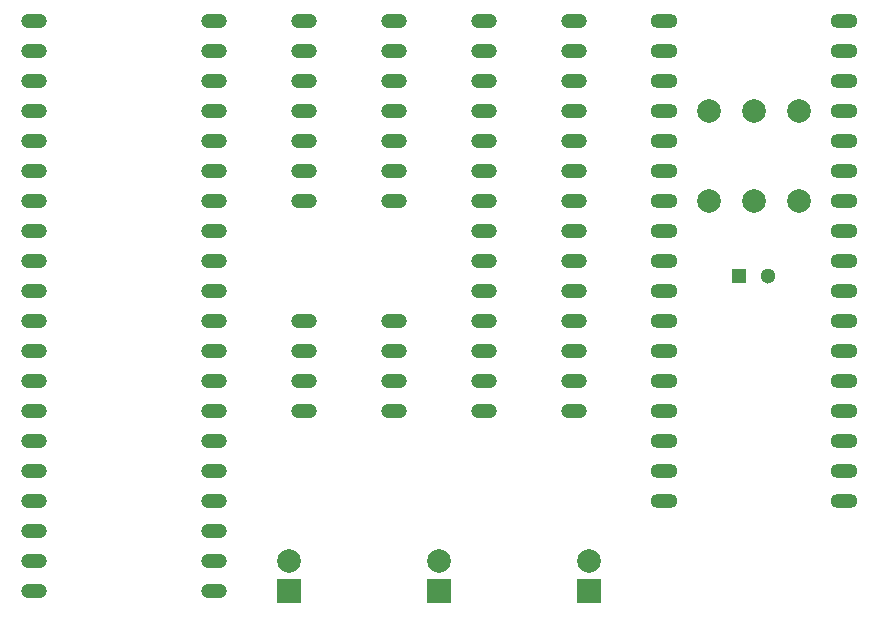
<source format=gbr>
G04 #@! TF.FileFunction,Soldermask,Top*
%FSLAX46Y46*%
G04 Gerber Fmt 4.6, Leading zero omitted, Abs format (unit mm)*
G04 Created by KiCad (PCBNEW 4.0.2+dfsg1-stable) date Mit 11 Mai 2016 00:43:05 CEST*
%MOMM*%
G01*
G04 APERTURE LIST*
%ADD10C,0.100000*%
%ADD11R,1.300000X1.300000*%
%ADD12C,1.300000*%
%ADD13O,2.300000X1.250000*%
%ADD14R,2.000000X2.000000*%
%ADD15C,2.000000*%
%ADD16O,2.200000X1.250000*%
%ADD17C,1.998980*%
G04 APERTURE END LIST*
D10*
D11*
X166370000Y-105410000D03*
D12*
X168870000Y-105410000D03*
D13*
X175260000Y-83820000D03*
X160020000Y-83820000D03*
X175260000Y-86360000D03*
X160020000Y-86360000D03*
X175260000Y-88900000D03*
X160020000Y-88900000D03*
X175260000Y-91440000D03*
X160020000Y-91440000D03*
X175260000Y-93980000D03*
X160020000Y-93980000D03*
X175260000Y-96520000D03*
X160020000Y-96520000D03*
X175260000Y-99060000D03*
X160020000Y-99060000D03*
X175260000Y-101600000D03*
X160020000Y-101600000D03*
X175260000Y-104140000D03*
X160020000Y-104140000D03*
X175260000Y-106680000D03*
X160020000Y-106680000D03*
X175260000Y-109220000D03*
X160020000Y-109220000D03*
X175260000Y-111760000D03*
X160020000Y-111760000D03*
X175260000Y-114300000D03*
X160020000Y-114300000D03*
X175260000Y-116840000D03*
X160020000Y-116840000D03*
X175260000Y-119380000D03*
X160020000Y-119380000D03*
X175260000Y-121920000D03*
X160020000Y-121920000D03*
X175260000Y-124460000D03*
X160020000Y-124460000D03*
D14*
X153670000Y-132080000D03*
D15*
X153670000Y-129540000D03*
D14*
X140970000Y-132080000D03*
D15*
X140970000Y-129540000D03*
D14*
X128270000Y-132080000D03*
D15*
X128270000Y-129540000D03*
D16*
X137160000Y-99060000D03*
X137160000Y-96520000D03*
X137160000Y-93980000D03*
X137160000Y-91440000D03*
X137160000Y-88900000D03*
X137160000Y-86360000D03*
X137160000Y-83820000D03*
X129540000Y-83820000D03*
X129540000Y-86360000D03*
X129540000Y-88900000D03*
X129540000Y-91440000D03*
X129540000Y-93980000D03*
X129540000Y-96520000D03*
X129540000Y-99060000D03*
X152400000Y-116840000D03*
X152400000Y-114300000D03*
X152400000Y-111760000D03*
X152400000Y-109220000D03*
X152400000Y-106680000D03*
X152400000Y-104140000D03*
X152400000Y-101600000D03*
X152400000Y-99060000D03*
X152400000Y-96520000D03*
X152400000Y-93980000D03*
X152400000Y-91440000D03*
X152400000Y-88900000D03*
X152400000Y-86360000D03*
X152400000Y-83820000D03*
X144780000Y-83820000D03*
X144780000Y-86360000D03*
X144780000Y-88900000D03*
X144780000Y-91440000D03*
X144780000Y-93980000D03*
X144780000Y-96520000D03*
X144780000Y-99060000D03*
X144780000Y-101600000D03*
X144780000Y-104140000D03*
X144780000Y-106680000D03*
X144780000Y-109220000D03*
X144780000Y-111760000D03*
X144780000Y-114300000D03*
X144780000Y-116840000D03*
X106680000Y-83820000D03*
X106680000Y-86360000D03*
X106680000Y-88900000D03*
X106680000Y-91440000D03*
X106680000Y-93980000D03*
X106680000Y-96520000D03*
X106680000Y-99060000D03*
X106680000Y-101600000D03*
X106680000Y-104140000D03*
X106680000Y-106680000D03*
X106680000Y-109220000D03*
X106680000Y-111760000D03*
X106680000Y-114300000D03*
X106680000Y-116840000D03*
X106680000Y-119380000D03*
X106680000Y-121920000D03*
X106680000Y-124460000D03*
X106680000Y-127000000D03*
X106680000Y-129540000D03*
X106680000Y-132080000D03*
X121920000Y-132080000D03*
X121920000Y-129540000D03*
X121920000Y-127000000D03*
X121920000Y-124460000D03*
X121920000Y-121920000D03*
X121920000Y-119380000D03*
X121920000Y-116840000D03*
X121920000Y-114300000D03*
X121920000Y-111760000D03*
X121920000Y-109220000D03*
X121920000Y-106680000D03*
X121920000Y-104140000D03*
X121920000Y-101600000D03*
X121920000Y-99060000D03*
X121920000Y-96520000D03*
X121920000Y-93980000D03*
X121920000Y-91440000D03*
X121920000Y-88900000D03*
X121920000Y-86360000D03*
X121920000Y-83820000D03*
X137160000Y-116840000D03*
X137160000Y-114300000D03*
X137160000Y-111760000D03*
X137160000Y-109220000D03*
X129540000Y-109220000D03*
X129540000Y-111760000D03*
X129540000Y-114300000D03*
X129540000Y-116840000D03*
D17*
X171450000Y-99060000D03*
X171450000Y-91440000D03*
X167640000Y-99060000D03*
X167640000Y-91440000D03*
X163830000Y-99060000D03*
X163830000Y-91440000D03*
M02*

</source>
